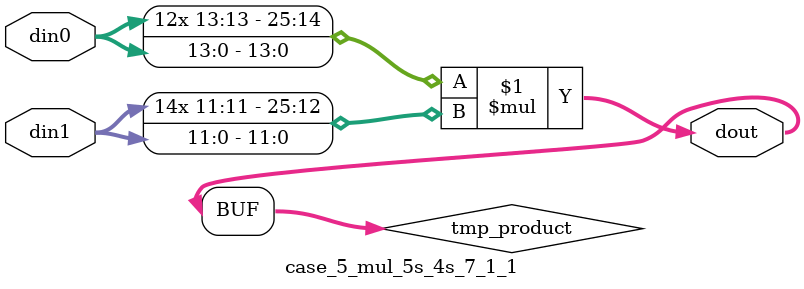
<source format=v>

`timescale 1 ns / 1 ps

 module case_5_mul_5s_4s_7_1_1(din0, din1, dout);
parameter ID = 1;
parameter NUM_STAGE = 0;
parameter din0_WIDTH = 14;
parameter din1_WIDTH = 12;
parameter dout_WIDTH = 26;

input [din0_WIDTH - 1 : 0] din0; 
input [din1_WIDTH - 1 : 0] din1; 
output [dout_WIDTH - 1 : 0] dout;

wire signed [dout_WIDTH - 1 : 0] tmp_product;



























assign tmp_product = $signed(din0) * $signed(din1);








assign dout = tmp_product;





















endmodule

</source>
